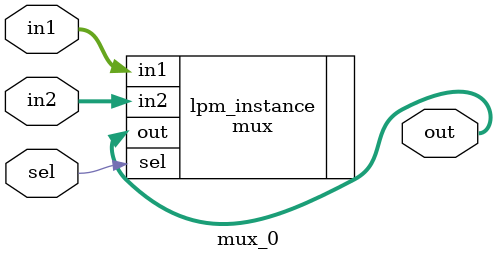
<source format=v>



module mux_0(sel,in1,in2,out);
input sel;
input [7:0] in1;
input [7:0] in2;
output [7:0] out;

mux	lpm_instance(.sel(sel),.in1(in1),.in2(in2),.out(out));

endmodule

</source>
